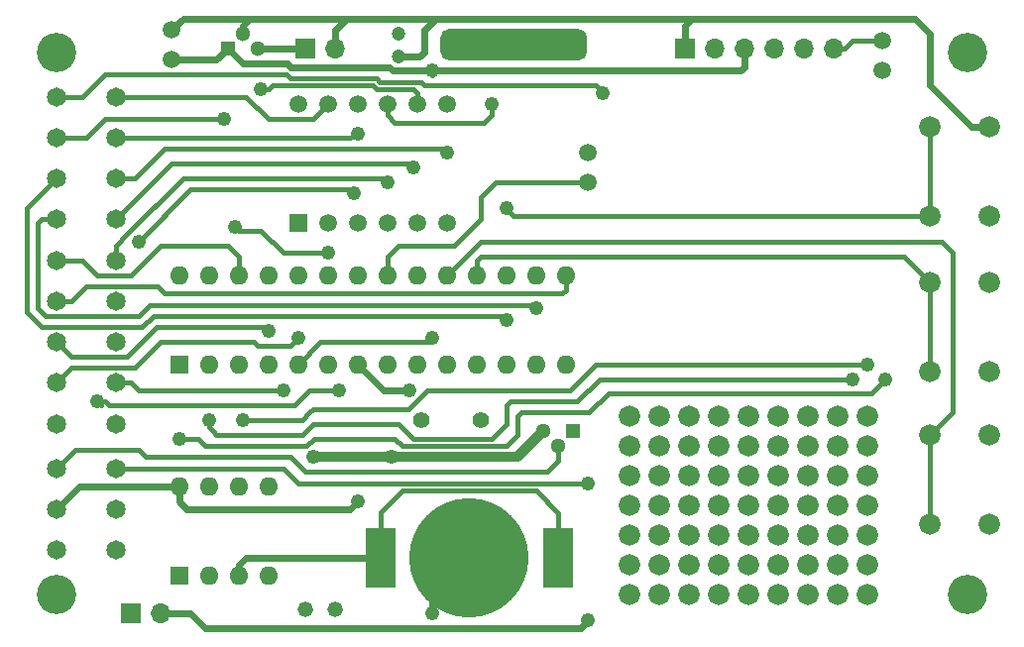
<source format=gbr>
%TF.GenerationSoftware,KiCad,Pcbnew,(5.1.6)-1*%
%TF.CreationDate,2021-02-06T11:25:37-03:00*%
%TF.ProjectId,GaroaRelogio,4761726f-6152-4656-9c6f-67696f2e6b69,rev?*%
%TF.SameCoordinates,Original*%
%TF.FileFunction,Copper,L1,Top*%
%TF.FilePolarity,Positive*%
%FSLAX46Y46*%
G04 Gerber Fmt 4.6, Leading zero omitted, Abs format (unit mm)*
G04 Created by KiCad (PCBNEW (5.1.6)-1) date 2021-02-06 11:25:37*
%MOMM*%
%LPD*%
G01*
G04 APERTURE LIST*
%TA.AperFunction,ComponentPad*%
%ADD10C,1.828800*%
%TD*%
%TA.AperFunction,ComponentPad*%
%ADD11R,1.500000X1.500000*%
%TD*%
%TA.AperFunction,ComponentPad*%
%ADD12C,1.500000*%
%TD*%
%TA.AperFunction,ComponentPad*%
%ADD13R,1.300000X1.300000*%
%TD*%
%TA.AperFunction,ComponentPad*%
%ADD14C,1.300000*%
%TD*%
%TA.AperFunction,ComponentPad*%
%ADD15C,1.422400*%
%TD*%
%TA.AperFunction,ComponentPad*%
%ADD16R,1.700000X1.700000*%
%TD*%
%TA.AperFunction,ComponentPad*%
%ADD17O,1.700000X1.700000*%
%TD*%
%TA.AperFunction,ComponentPad*%
%ADD18C,1.200000*%
%TD*%
%TA.AperFunction,ComponentPad*%
%ADD19R,1.600000X1.600000*%
%TD*%
%TA.AperFunction,ComponentPad*%
%ADD20O,1.600000X1.600000*%
%TD*%
%TA.AperFunction,ComponentPad*%
%ADD21C,1.651000*%
%TD*%
%TA.AperFunction,ComponentPad*%
%ADD22C,1.320800*%
%TD*%
%TA.AperFunction,SMDPad,CuDef*%
%ADD23R,2.500000X5.100000*%
%TD*%
%TA.AperFunction,SMDPad,CuDef*%
%ADD24C,10.200000*%
%TD*%
%TA.AperFunction,ComponentPad*%
%ADD25C,3.352800*%
%TD*%
%TA.AperFunction,ViaPad*%
%ADD26C,1.219200*%
%TD*%
%TA.AperFunction,Conductor*%
%ADD27C,0.609600*%
%TD*%
%TA.AperFunction,Conductor*%
%ADD28C,0.406400*%
%TD*%
%TA.AperFunction,Conductor*%
%ADD29C,0.812800*%
%TD*%
G04 APERTURE END LIST*
%TO.P,PAD,1*%
%TO.N,N/C*%
%TA.AperFunction,ComponentPad*%
G36*
G01*
X131862500Y-60987500D02*
X131862500Y-59662500D01*
G75*
G02*
X132525000Y-59000000I662500J0D01*
G01*
X143700000Y-59000000D01*
G75*
G02*
X144362500Y-59662500I0J-662500D01*
G01*
X144362500Y-60987500D01*
G75*
G02*
X143700000Y-61650000I-662500J0D01*
G01*
X132525000Y-61650000D01*
G75*
G02*
X131862500Y-60987500I0J662500D01*
G01*
G37*
%TD.AperFunction*%
%TD*%
D10*
%TO.P,PAD,1*%
%TO.N,N/C*%
X168275000Y-107315000D03*
%TD*%
%TO.P,PAD,1*%
%TO.N,N/C*%
X150495000Y-107315000D03*
%TD*%
%TO.P,PAD,1*%
%TO.N,N/C*%
X153035000Y-107315000D03*
%TD*%
%TO.P,PAD,1*%
%TO.N,N/C*%
X163195000Y-107315000D03*
%TD*%
%TO.P,PAD,1*%
%TO.N,N/C*%
X160655000Y-107315000D03*
%TD*%
%TO.P,PAD,1*%
%TO.N,N/C*%
X147955000Y-107315000D03*
%TD*%
%TO.P,PAD,1*%
%TO.N,N/C*%
X165735000Y-107315000D03*
%TD*%
%TO.P,PAD,1*%
%TO.N,N/C*%
X158115000Y-107315000D03*
%TD*%
%TO.P,PAD,1*%
%TO.N,N/C*%
X155575000Y-107315000D03*
%TD*%
%TO.P,PAD,1*%
%TO.N,N/C*%
X168275000Y-104775000D03*
%TD*%
%TO.P,PAD,1*%
%TO.N,N/C*%
X150495000Y-104775000D03*
%TD*%
%TO.P,PAD,1*%
%TO.N,N/C*%
X153035000Y-104775000D03*
%TD*%
%TO.P,PAD,1*%
%TO.N,N/C*%
X163195000Y-104775000D03*
%TD*%
%TO.P,PAD,1*%
%TO.N,N/C*%
X160655000Y-104775000D03*
%TD*%
%TO.P,PAD,1*%
%TO.N,N/C*%
X147955000Y-104775000D03*
%TD*%
%TO.P,PAD,1*%
%TO.N,N/C*%
X165735000Y-104775000D03*
%TD*%
%TO.P,PAD,1*%
%TO.N,N/C*%
X158115000Y-104775000D03*
%TD*%
%TO.P,PAD,1*%
%TO.N,N/C*%
X155575000Y-104775000D03*
%TD*%
%TO.P,PAD,1*%
%TO.N,N/C*%
X168275000Y-102235000D03*
%TD*%
%TO.P,PAD,1*%
%TO.N,N/C*%
X150495000Y-102235000D03*
%TD*%
%TO.P,PAD,1*%
%TO.N,N/C*%
X153035000Y-102235000D03*
%TD*%
%TO.P,PAD,1*%
%TO.N,N/C*%
X163195000Y-102235000D03*
%TD*%
%TO.P,PAD,1*%
%TO.N,N/C*%
X160655000Y-102235000D03*
%TD*%
%TO.P,PAD,1*%
%TO.N,N/C*%
X147955000Y-102235000D03*
%TD*%
%TO.P,PAD,1*%
%TO.N,N/C*%
X165735000Y-102235000D03*
%TD*%
%TO.P,PAD,1*%
%TO.N,N/C*%
X158115000Y-102235000D03*
%TD*%
%TO.P,PAD,1*%
%TO.N,N/C*%
X155575000Y-102235000D03*
%TD*%
%TO.P,PAD,1*%
%TO.N,N/C*%
X168275000Y-99695000D03*
%TD*%
%TO.P,PAD,1*%
%TO.N,N/C*%
X150495000Y-99695000D03*
%TD*%
%TO.P,PAD,1*%
%TO.N,N/C*%
X153035000Y-99695000D03*
%TD*%
%TO.P,PAD,1*%
%TO.N,N/C*%
X163195000Y-99695000D03*
%TD*%
%TO.P,PAD,1*%
%TO.N,N/C*%
X160655000Y-99695000D03*
%TD*%
%TO.P,PAD,1*%
%TO.N,N/C*%
X147955000Y-99695000D03*
%TD*%
%TO.P,PAD,1*%
%TO.N,N/C*%
X165735000Y-99695000D03*
%TD*%
%TO.P,PAD,1*%
%TO.N,N/C*%
X158115000Y-99695000D03*
%TD*%
%TO.P,PAD,1*%
%TO.N,N/C*%
X155575000Y-99695000D03*
%TD*%
%TO.P,PAD,1*%
%TO.N,N/C*%
X168275000Y-97155000D03*
%TD*%
%TO.P,PAD,1*%
%TO.N,N/C*%
X150495000Y-97155000D03*
%TD*%
%TO.P,PAD,1*%
%TO.N,N/C*%
X153035000Y-97155000D03*
%TD*%
%TO.P,PAD,1*%
%TO.N,N/C*%
X163195000Y-97155000D03*
%TD*%
%TO.P,PAD,1*%
%TO.N,N/C*%
X160655000Y-97155000D03*
%TD*%
%TO.P,PAD,1*%
%TO.N,N/C*%
X147955000Y-97155000D03*
%TD*%
%TO.P,PAD,1*%
%TO.N,N/C*%
X165735000Y-97155000D03*
%TD*%
%TO.P,PAD,1*%
%TO.N,N/C*%
X158115000Y-97155000D03*
%TD*%
%TO.P,PAD,1*%
%TO.N,N/C*%
X155575000Y-97155000D03*
%TD*%
%TO.P,PAD,1*%
%TO.N,N/C*%
X168275000Y-94615000D03*
%TD*%
%TO.P,PAD,1*%
%TO.N,N/C*%
X150495000Y-94615000D03*
%TD*%
%TO.P,PAD,1*%
%TO.N,N/C*%
X153035000Y-94615000D03*
%TD*%
%TO.P,PAD,1*%
%TO.N,N/C*%
X155575000Y-94615000D03*
%TD*%
%TO.P,PAD,1*%
%TO.N,N/C*%
X158115000Y-94615000D03*
%TD*%
%TO.P,PAD,1*%
%TO.N,N/C*%
X165735000Y-94615000D03*
%TD*%
%TO.P,PAD,1*%
%TO.N,N/C*%
X147955000Y-94615000D03*
%TD*%
%TO.P,PAD,1*%
%TO.N,N/C*%
X160655000Y-94615000D03*
%TD*%
%TO.P,PAD,1*%
%TO.N,N/C*%
X163195000Y-94615000D03*
%TD*%
%TO.P,PAD,1*%
%TO.N,N/C*%
X168275000Y-92075000D03*
%TD*%
%TO.P,PAD,1*%
%TO.N,N/C*%
X165735000Y-92075000D03*
%TD*%
%TO.P,PAD,1*%
%TO.N,N/C*%
X163195000Y-92075000D03*
%TD*%
%TO.P,PAD,1*%
%TO.N,N/C*%
X160655000Y-92075000D03*
%TD*%
%TO.P,PAD,1*%
%TO.N,N/C*%
X158115000Y-92075000D03*
%TD*%
%TO.P,PAD,1*%
%TO.N,N/C*%
X155575000Y-92075000D03*
%TD*%
%TO.P,PAD,1*%
%TO.N,N/C*%
X153035000Y-92075000D03*
%TD*%
%TO.P,PAD,1*%
%TO.N,N/C*%
X150495000Y-92075000D03*
%TD*%
%TO.P,PAD,1*%
%TO.N,N/C*%
X147955000Y-92075000D03*
%TD*%
D11*
%TO.P,DSP1,1*%
%TO.N,Net-(DSP1-Pad1)*%
X119697500Y-75565000D03*
D12*
%TO.P,DSP1,2*%
%TO.N,Net-(DSP1-Pad2)*%
X122237500Y-75565000D03*
%TO.P,DSP1,3*%
%TO.N,Net-(DSP1-Pad3)*%
X124777500Y-75565000D03*
%TO.P,DSP1,4*%
%TO.N,Net-(DSP1-Pad4)*%
X127317500Y-75565000D03*
%TO.P,DSP1,5*%
%TO.N,Net-(DSP1-Pad5)*%
X129857500Y-75565000D03*
%TO.P,DSP1,6*%
%TO.N,DIG4*%
X132397500Y-75565000D03*
%TO.P,DSP1,7*%
%TO.N,Net-(DSP1-Pad7)*%
X132397500Y-65405000D03*
%TO.P,DSP1,8*%
%TO.N,DIG3*%
X129857500Y-65405000D03*
%TO.P,DSP1,9*%
%TO.N,DIG2*%
X127317500Y-65405000D03*
%TO.P,DSP1,10*%
%TO.N,Net-(DSP1-Pad10)*%
X124777500Y-65405000D03*
%TO.P,DSP1,11*%
%TO.N,Net-(DSP1-Pad11)*%
X122237500Y-65405000D03*
%TO.P,DSP1,12*%
%TO.N,DIG1*%
X119697500Y-65405000D03*
%TD*%
D13*
%TO.P,Q1,1*%
%TO.N,Net-(BZ1-Pad2)*%
X143192500Y-93345000D03*
D14*
%TO.P,Q1,3*%
%TO.N,GND*%
X140652500Y-93345000D03*
%TO.P,Q1,2*%
%TO.N,Net-(Q1-Pad2)*%
X141922500Y-94615000D03*
%TD*%
D10*
%TO.P,SW1,1*%
%TO.N,Net-(CI1-Pad17)*%
X173672500Y-67310000D03*
%TO.P,SW1,2*%
%TO.N,GND*%
X178752500Y-67310000D03*
%TO.P,SW1,1*%
%TO.N,Net-(CI1-Pad17)*%
X173672500Y-74930000D03*
%TO.P,SW1,2*%
%TO.N,GND*%
X178752500Y-74930000D03*
%TD*%
D15*
%TO.P,X1,1*%
%TO.N,Net-(CI1-Pad9)*%
X130175000Y-92392500D03*
%TO.P,X1,2*%
%TO.N,Net-(CI1-Pad10)*%
X135255000Y-92392500D03*
%TD*%
D16*
%TO.P,BZ1,1*%
%TO.N,+5V*%
X105410000Y-108902500D03*
D17*
%TO.P,BZ1,2*%
%TO.N,Net-(BZ1-Pad2)*%
X107950000Y-108902500D03*
%TD*%
D12*
%TO.P,C1,1*%
%TO.N,Net-(C1-Pad1)*%
X144462500Y-72072500D03*
%TO.P,C1,2*%
%TO.N,GND*%
X144462500Y-69532500D03*
%TD*%
D18*
%TO.P,C2,1*%
%TO.N,Net-(C2-Pad1)*%
X128270000Y-59372500D03*
%TO.P,C2,2*%
%TO.N,GND*%
X128270000Y-61372500D03*
%TD*%
D12*
%TO.P,C3,2*%
%TO.N,GND*%
X108902500Y-59055000D03*
%TO.P,C3,1*%
%TO.N,+5V*%
X108902500Y-61595000D03*
%TD*%
%TO.P,C7,1*%
%TO.N,Net-(C7-Pad1)*%
X169545000Y-60007500D03*
%TO.P,C7,2*%
%TO.N,Net-(C7-Pad2)*%
X169545000Y-62547500D03*
%TD*%
D19*
%TO.P,CI1,1*%
%TO.N,Net-(C7-Pad2)*%
X109537500Y-87630000D03*
D20*
%TO.P,CI1,15*%
%TO.N,DP*%
X142557500Y-80010000D03*
%TO.P,CI1,2*%
%TO.N,Net-(CI1-Pad2)*%
X112077500Y-87630000D03*
%TO.P,CI1,16*%
%TO.N,G*%
X140017500Y-80010000D03*
%TO.P,CI1,3*%
%TO.N,Net-(CI1-Pad3)*%
X114617500Y-87630000D03*
%TO.P,CI1,17*%
%TO.N,Net-(CI1-Pad17)*%
X137477500Y-80010000D03*
%TO.P,CI1,4*%
%TO.N,DIG3*%
X117157500Y-87630000D03*
%TO.P,CI1,18*%
%TO.N,Net-(CI1-Pad18)*%
X134937500Y-80010000D03*
%TO.P,CI1,5*%
%TO.N,DIG4*%
X119697500Y-87630000D03*
%TO.P,CI1,19*%
%TO.N,Net-(CI1-Pad19)*%
X132397500Y-80010000D03*
%TO.P,CI1,6*%
%TO.N,DIG1*%
X122237500Y-87630000D03*
%TO.P,CI1,20*%
%TO.N,+5V*%
X129857500Y-80010000D03*
%TO.P,CI1,7*%
X124777500Y-87630000D03*
%TO.P,CI1,21*%
%TO.N,Net-(C1-Pad1)*%
X127317500Y-80010000D03*
%TO.P,CI1,8*%
%TO.N,GND*%
X127317500Y-87630000D03*
%TO.P,CI1,22*%
X124777500Y-80010000D03*
%TO.P,CI1,9*%
%TO.N,Net-(CI1-Pad9)*%
X129857500Y-87630000D03*
%TO.P,CI1,23*%
%TO.N,F*%
X122237500Y-80010000D03*
%TO.P,CI1,10*%
%TO.N,Net-(CI1-Pad10)*%
X132397500Y-87630000D03*
%TO.P,CI1,24*%
%TO.N,E*%
X119697500Y-80010000D03*
%TO.P,CI1,11*%
%TO.N,DIG2*%
X134937500Y-87630000D03*
%TO.P,CI1,25*%
%TO.N,D*%
X117157500Y-80010000D03*
%TO.P,CI1,12*%
%TO.N,B*%
X137477500Y-87630000D03*
%TO.P,CI1,26*%
%TO.N,C*%
X114617500Y-80010000D03*
%TO.P,CI1,13*%
%TO.N,A*%
X140017500Y-87630000D03*
%TO.P,CI1,27*%
%TO.N,/i2C_SDA*%
X112077500Y-80010000D03*
%TO.P,CI1,14*%
%TO.N,Net-(CI1-Pad14)*%
X142557500Y-87630000D03*
%TO.P,CI1,28*%
%TO.N,/i2C_SCL*%
X109537500Y-80010000D03*
%TD*%
D19*
%TO.P,CI2,1*%
%TO.N,Net-(CI2-Pad1)*%
X109537500Y-105727500D03*
D20*
%TO.P,CI2,5*%
%TO.N,/i2C_SDA*%
X117157500Y-98107500D03*
%TO.P,CI2,2*%
%TO.N,Net-(CI2-Pad2)*%
X112077500Y-105727500D03*
%TO.P,CI2,6*%
%TO.N,/i2C_SCL*%
X114617500Y-98107500D03*
%TO.P,CI2,3*%
%TO.N,Net-(BAT1-Pad1)*%
X114617500Y-105727500D03*
%TO.P,CI2,7*%
%TO.N,Net-(CI2-Pad7)*%
X112077500Y-98107500D03*
%TO.P,CI2,4*%
%TO.N,GND*%
X117157500Y-105727500D03*
%TO.P,CI2,8*%
%TO.N,+5V*%
X109537500Y-98107500D03*
%TD*%
D16*
%TO.P,P1,1*%
%TO.N,GND*%
X152717500Y-60642500D03*
D17*
%TO.P,P1,2*%
%TO.N,Net-(P1-Pad2)*%
X155257500Y-60642500D03*
%TO.P,P1,3*%
%TO.N,+5V*%
X157797500Y-60642500D03*
%TO.P,P1,4*%
%TO.N,Net-(CI1-Pad2)*%
X160337500Y-60642500D03*
%TO.P,P1,5*%
%TO.N,Net-(CI1-Pad3)*%
X162877500Y-60642500D03*
%TO.P,P1,6*%
%TO.N,Net-(C7-Pad1)*%
X165417500Y-60642500D03*
%TD*%
%TO.P,P2,2*%
%TO.N,GND*%
X122872500Y-60642500D03*
D16*
%TO.P,P2,1*%
%TO.N,Net-(C2-Pad1)*%
X120332500Y-60642500D03*
%TD*%
D21*
%TO.P,R3,2*%
%TO.N,Net-(CI1-Pad14)*%
X104140000Y-96520000D03*
%TO.P,R3,1*%
%TO.N,Net-(Q1-Pad2)*%
X99060000Y-96520000D03*
%TD*%
%TO.P,R7,2*%
%TO.N,B*%
X99060000Y-71755000D03*
%TO.P,R7,1*%
%TO.N,Net-(DSP1-Pad7)*%
X104140000Y-71755000D03*
%TD*%
%TO.P,R8,2*%
%TO.N,D*%
X99060000Y-85725000D03*
%TO.P,R8,1*%
%TO.N,Net-(DSP1-Pad2)*%
X104140000Y-85725000D03*
%TD*%
%TO.P,R9,2*%
%TO.N,F*%
X99060000Y-68262500D03*
%TO.P,R9,1*%
%TO.N,Net-(DSP1-Pad10)*%
X104140000Y-68262500D03*
%TD*%
%TO.P,R10,2*%
%TO.N,DP*%
X99060000Y-82232500D03*
%TO.P,R10,1*%
%TO.N,Net-(DSP1-Pad3)*%
X104140000Y-82232500D03*
%TD*%
%TO.P,R11,1*%
%TO.N,Net-(DSP1-Pad11)*%
X104140000Y-64770000D03*
%TO.P,R11,2*%
%TO.N,A*%
X99060000Y-64770000D03*
%TD*%
%TO.P,R12,1*%
%TO.N,Net-(DSP1-Pad4)*%
X104140000Y-78740000D03*
%TO.P,R12,2*%
%TO.N,C*%
X99060000Y-78740000D03*
%TD*%
%TO.P,R13,1*%
%TO.N,Net-(DSP1-Pad1)*%
X104140000Y-89217500D03*
%TO.P,R13,2*%
%TO.N,E*%
X99060000Y-89217500D03*
%TD*%
%TO.P,R14,1*%
%TO.N,Net-(DSP1-Pad5)*%
X104140000Y-75247500D03*
%TO.P,R14,2*%
%TO.N,G*%
X99060000Y-75247500D03*
%TD*%
D10*
%TO.P,SW2,2*%
%TO.N,GND*%
X178752500Y-88265000D03*
%TO.P,SW2,1*%
%TO.N,Net-(CI1-Pad18)*%
X173672500Y-88265000D03*
%TO.P,SW2,2*%
%TO.N,GND*%
X178752500Y-80645000D03*
%TO.P,SW2,1*%
%TO.N,Net-(CI1-Pad18)*%
X173672500Y-80645000D03*
%TD*%
%TO.P,SW3,1*%
%TO.N,Net-(CI1-Pad19)*%
X173672500Y-93662500D03*
%TO.P,SW3,2*%
%TO.N,GND*%
X178752500Y-93662500D03*
%TO.P,SW3,1*%
%TO.N,Net-(CI1-Pad19)*%
X173672500Y-101282500D03*
%TO.P,SW3,2*%
%TO.N,GND*%
X178752500Y-101282500D03*
%TD*%
D22*
%TO.P,X2,1*%
%TO.N,Net-(CI2-Pad2)*%
X120332500Y-108585000D03*
%TO.P,X2,2*%
%TO.N,Net-(CI2-Pad1)*%
X122872500Y-108585000D03*
%TD*%
D21*
%TO.P,R5,1*%
%TO.N,+5V*%
X99060000Y-92710000D03*
%TO.P,R5,2*%
%TO.N,Net-(C7-Pad2)*%
X104140000Y-92710000D03*
%TD*%
D14*
%TO.P,CI3,2*%
%TO.N,GND*%
X114935000Y-59372500D03*
%TO.P,CI3,3*%
%TO.N,Net-(C2-Pad1)*%
X116205000Y-60642500D03*
D13*
%TO.P,CI3,1*%
%TO.N,+5V*%
X113665000Y-60642500D03*
%TD*%
D21*
%TO.P,R15,2*%
%TO.N,+5V*%
X99060000Y-100012500D03*
%TO.P,R15,1*%
%TO.N,/i2C_SCL*%
X104140000Y-100012500D03*
%TD*%
%TO.P,R16,1*%
%TO.N,/i2C_SDA*%
X104140000Y-103505000D03*
%TO.P,R16,2*%
%TO.N,+5V*%
X99060000Y-103505000D03*
%TD*%
D23*
%TO.P,BAT1,1*%
%TO.N,Net-(BAT1-Pad1)*%
X126702500Y-104140000D03*
X141902500Y-104140000D03*
D24*
%TO.P,BAT1,2*%
%TO.N,GND*%
X134302500Y-104140000D03*
%TD*%
D25*
%TO.P,Z1,1*%
%TO.N,Net-(Z1-Pad1)*%
X99060000Y-60960000D03*
%TD*%
%TO.P,Z2,1*%
%TO.N,Net-(Z2-Pad1)*%
X99060000Y-107315000D03*
%TD*%
%TO.P,Z3,1*%
%TO.N,Net-(Z3-Pad1)*%
X176847500Y-60960000D03*
%TD*%
%TO.P,Z4,1*%
%TO.N,Net-(Z4-Pad1)*%
X176847500Y-107315000D03*
%TD*%
D26*
%TO.N,GND*%
X131127500Y-108902500D03*
X127635000Y-95567500D03*
X120967500Y-95567500D03*
%TO.N,+5V*%
X124777500Y-99377500D03*
X129222500Y-89852500D03*
X131127500Y-62547500D03*
%TO.N,Net-(BZ1-Pad2)*%
X144462500Y-109537500D03*
%TO.N,Net-(C7-Pad2)*%
X109537500Y-93980000D03*
X169862500Y-88900000D03*
%TO.N,Net-(CI1-Pad2)*%
X112077500Y-92392500D03*
X167005000Y-88900000D03*
%TO.N,G*%
X140017500Y-82867500D03*
%TO.N,Net-(CI1-Pad3)*%
X114935000Y-92392500D03*
X168275000Y-87630000D03*
%TO.N,Net-(CI1-Pad17)*%
X137477500Y-74295000D03*
%TO.N,DIG3*%
X116522500Y-64135000D03*
%TO.N,DIG4*%
X131127500Y-85407500D03*
%TO.N,F*%
X122237500Y-78105000D03*
X114300000Y-75882500D03*
X113347500Y-66675000D03*
%TO.N,E*%
X119697500Y-85407500D03*
%TO.N,DIG2*%
X136207500Y-65405000D03*
%TO.N,D*%
X117157500Y-84772500D03*
%TO.N,B*%
X137477500Y-83820000D03*
%TO.N,A*%
X145732500Y-64452500D03*
%TO.N,Net-(CI1-Pad14)*%
X144462500Y-97790000D03*
%TO.N,Net-(DSP1-Pad1)*%
X118427500Y-89852500D03*
%TO.N,Net-(DSP1-Pad2)*%
X102552500Y-90805000D03*
X123190000Y-89852500D03*
%TO.N,Net-(DSP1-Pad3)*%
X106045000Y-77152500D03*
X124460000Y-73025000D03*
%TO.N,Net-(DSP1-Pad4)*%
X127317500Y-72072500D03*
%TO.N,Net-(DSP1-Pad5)*%
X129540000Y-70802500D03*
X129540000Y-70802500D03*
%TO.N,Net-(DSP1-Pad7)*%
X132397500Y-69532500D03*
%TO.N,Net-(DSP1-Pad10)*%
X124777500Y-67945000D03*
%TD*%
D27*
%TO.N,Net-(BAT1-Pad1)*%
X114617500Y-105727500D02*
X114617500Y-104775000D01*
X114617500Y-104775000D02*
X115252500Y-104140000D01*
X115252500Y-104140000D02*
X126702500Y-104140000D01*
D28*
X126702500Y-104140000D02*
X126702500Y-100310000D01*
X126702500Y-100310000D02*
X128587500Y-98425000D01*
X128587500Y-98425000D02*
X140017500Y-98425000D01*
X140017500Y-98425000D02*
X141922500Y-100330000D01*
X141902500Y-100350000D02*
X141902500Y-104140000D01*
X141922500Y-100330000D02*
X141902500Y-100350000D01*
D27*
%TO.N,GND*%
X152717500Y-58737500D02*
X152717500Y-60642500D01*
X153352500Y-58102500D02*
X152717500Y-58737500D01*
X177165000Y-67310000D02*
X173672500Y-63817500D01*
X178752500Y-67310000D02*
X177165000Y-67310000D01*
X173672500Y-63817500D02*
X173672500Y-59372500D01*
X173672500Y-59372500D02*
X172402500Y-58102500D01*
X154940000Y-58102500D02*
X153352500Y-58102500D01*
X172402500Y-58102500D02*
X154940000Y-58102500D01*
X130492500Y-60960000D02*
X130080000Y-61372500D01*
X130492500Y-59055000D02*
X130492500Y-60960000D01*
X130080000Y-61372500D02*
X128270000Y-61372500D01*
X131445000Y-58102500D02*
X130492500Y-59055000D01*
X131762500Y-58102500D02*
X131445000Y-58102500D01*
X154940000Y-58102500D02*
X131762500Y-58102500D01*
X115570000Y-58102500D02*
X114935000Y-58737500D01*
X114935000Y-58737500D02*
X114935000Y-59372500D01*
X122872500Y-60642500D02*
X122872500Y-59055000D01*
X131762500Y-58102500D02*
X123825000Y-58102500D01*
X122872500Y-59055000D02*
X123825000Y-58102500D01*
X123825000Y-58102500D02*
X115570000Y-58102500D01*
X109855000Y-58102500D02*
X108902500Y-59055000D01*
X115570000Y-58102500D02*
X109855000Y-58102500D01*
X131127500Y-107315000D02*
X134302500Y-104140000D01*
X131127500Y-108902500D02*
X131127500Y-107315000D01*
D29*
X120967500Y-95567500D02*
X127635000Y-95567500D01*
X138430000Y-95567500D02*
X140652500Y-93345000D01*
X127635000Y-95567500D02*
X138430000Y-95567500D01*
D27*
%TO.N,+5V*%
X99060000Y-100012500D02*
X100965000Y-98107500D01*
X100965000Y-98107500D02*
X109537500Y-98107500D01*
X109537500Y-98107500D02*
X109537500Y-99377500D01*
X109537500Y-99377500D02*
X110172500Y-100012500D01*
X110172500Y-100012500D02*
X124142500Y-100012500D01*
X124142500Y-100012500D02*
X124777500Y-99377500D01*
X124777500Y-99377500D02*
X124777500Y-99377500D01*
X112712500Y-61595000D02*
X113665000Y-60642500D01*
X108902500Y-61595000D02*
X112712500Y-61595000D01*
X131127500Y-62865000D02*
X131127500Y-62865000D01*
X127000000Y-89852500D02*
X124777500Y-87630000D01*
X129222500Y-89852500D02*
X127000000Y-89852500D01*
X157797500Y-62230000D02*
X157797500Y-60642500D01*
X131057301Y-62477301D02*
X131127500Y-62547500D01*
X127739695Y-62477301D02*
X131057301Y-62477301D01*
X114935000Y-61912500D02*
X118745000Y-61912500D01*
X113665000Y-60642500D02*
X114935000Y-61912500D01*
X118745000Y-61912500D02*
X119062500Y-62230000D01*
X119062500Y-62230000D02*
X127492394Y-62230000D01*
X127492394Y-62230000D02*
X127739695Y-62477301D01*
X157480000Y-62547500D02*
X157797500Y-62230000D01*
X131127500Y-62547500D02*
X157480000Y-62547500D01*
%TO.N,Net-(BZ1-Pad2)*%
X144462500Y-109537500D02*
X143827500Y-110172500D01*
X143827500Y-110172500D02*
X111760000Y-110172500D01*
X111760000Y-110172500D02*
X110490000Y-108902500D01*
X110490000Y-108902500D02*
X107950000Y-108902500D01*
D28*
%TO.N,Net-(C1-Pad1)*%
X136525000Y-72072500D02*
X144462500Y-72072500D01*
X135255000Y-73342500D02*
X136525000Y-72072500D01*
X127317500Y-78422500D02*
X128270000Y-77470000D01*
X127317500Y-80010000D02*
X127317500Y-78422500D01*
X128270000Y-77470000D02*
X133032500Y-77470000D01*
X133032500Y-77470000D02*
X135255000Y-75247500D01*
X135255000Y-75247500D02*
X135255000Y-73342500D01*
D27*
%TO.N,Net-(C2-Pad1)*%
X116205000Y-60642500D02*
X120332500Y-60642500D01*
D28*
%TO.N,Net-(C7-Pad1)*%
X165417500Y-60642500D02*
X166370000Y-60642500D01*
X166370000Y-60642500D02*
X167005000Y-60007500D01*
X167005000Y-60007500D02*
X169545000Y-60007500D01*
%TO.N,Net-(C7-Pad2)*%
X109537500Y-93980000D02*
X111125000Y-93980000D01*
X111125000Y-93980000D02*
X111760000Y-94615000D01*
X120421054Y-94615000D02*
X121056054Y-93980000D01*
X111760000Y-94615000D02*
X120421054Y-94615000D01*
X121056054Y-93980000D02*
X121285000Y-93980000D01*
X121285000Y-93980000D02*
X127952500Y-93980000D01*
X127952500Y-93980000D02*
X128587500Y-94615000D01*
X128587500Y-94615000D02*
X135255000Y-94615000D01*
X135918590Y-94586410D02*
X137506090Y-94586410D01*
X135255000Y-94615000D02*
X135890000Y-94615000D01*
X135890000Y-94615000D02*
X135918590Y-94586410D01*
X137506090Y-94586410D02*
X138430000Y-93662500D01*
X138430000Y-93662500D02*
X138430000Y-92710000D01*
X138430000Y-92710000D02*
X138430000Y-92075000D01*
X138430000Y-92075000D02*
X138747500Y-91757500D01*
X146200484Y-90084290D02*
X168678210Y-90084290D01*
X138747500Y-91757500D02*
X144527274Y-91757500D01*
X144527274Y-91757500D02*
X146200484Y-90084290D01*
X168678210Y-90084290D02*
X169862500Y-88900000D01*
X169862500Y-88900000D02*
X169862500Y-88900000D01*
%TO.N,DP*%
X142557500Y-81280000D02*
X142557500Y-80010000D01*
X142240000Y-81597500D02*
X142557500Y-81280000D01*
X108267500Y-81597500D02*
X142240000Y-81597500D01*
X100330000Y-82232500D02*
X101600000Y-80962500D01*
X99060000Y-82232500D02*
X100330000Y-82232500D01*
X101641299Y-81003799D02*
X107673799Y-81003799D01*
X101600000Y-80962500D02*
X101641299Y-81003799D01*
X107673799Y-81003799D02*
X108267500Y-81597500D01*
%TO.N,Net-(CI1-Pad2)*%
X112077500Y-92392500D02*
X112077500Y-93027500D01*
X112077500Y-93027500D02*
X112395000Y-93345000D01*
X112395000Y-93345000D02*
X112712500Y-93662500D01*
X112712500Y-93662500D02*
X114935000Y-93662500D01*
X114935000Y-93662500D02*
X120015000Y-93662500D01*
X120015000Y-93662500D02*
X120967500Y-92710000D01*
X120967500Y-92710000D02*
X127952500Y-92710000D01*
X127952500Y-92710000D02*
X128270000Y-92710000D01*
X128270000Y-92710000D02*
X129222500Y-93662500D01*
X129540000Y-93980000D02*
X136207500Y-93980000D01*
X129222500Y-93662500D02*
X129540000Y-93980000D01*
X136207500Y-93980000D02*
X137477500Y-92710000D01*
X137477500Y-92710000D02*
X137477500Y-91122500D01*
X137477500Y-91122500D02*
X137795000Y-90805000D01*
X137795000Y-90805000D02*
X143510000Y-90805000D01*
X143510000Y-90805000D02*
X145415000Y-88900000D01*
X145415000Y-88900000D02*
X165100000Y-88900000D01*
X165100000Y-88900000D02*
X167005000Y-88900000D01*
X167005000Y-88900000D02*
X167005000Y-88900000D01*
%TO.N,G*%
X99060000Y-75247500D02*
X97790000Y-75247500D01*
X97790000Y-75247500D02*
X97472500Y-75565000D01*
X97472500Y-75565000D02*
X97472500Y-77152500D01*
X97472500Y-77152500D02*
X97472500Y-82463478D01*
X97472500Y-82463478D02*
X97472500Y-82867500D01*
X97472500Y-82867500D02*
X98107500Y-83502500D01*
X98107500Y-83502500D02*
X106045000Y-83502500D01*
X106045000Y-83502500D02*
X106997500Y-82550000D01*
X106997500Y-82550000D02*
X110490000Y-82550000D01*
X110490000Y-82550000D02*
X139700000Y-82550000D01*
X139700000Y-82550000D02*
X140017500Y-82867500D01*
X140017500Y-82867500D02*
X140017500Y-82867500D01*
%TO.N,Net-(CI1-Pad3)*%
X114935000Y-92392500D02*
X120015000Y-92392500D01*
X120015000Y-92392500D02*
X120650000Y-91757500D01*
X120650000Y-91757500D02*
X120967500Y-91440000D01*
X120967500Y-91440000D02*
X127952500Y-91440000D01*
X127952500Y-91440000D02*
X128270000Y-91440000D01*
X129133946Y-91440000D02*
X130721446Y-89852500D01*
X128270000Y-91440000D02*
X129133946Y-91440000D01*
X130721446Y-89852500D02*
X131762500Y-89852500D01*
X131762500Y-89852500D02*
X142875000Y-89852500D01*
X142875000Y-89852500D02*
X145097500Y-87630000D01*
X145097500Y-87630000D02*
X168275000Y-87630000D01*
X168275000Y-87630000D02*
X168275000Y-87630000D01*
%TO.N,Net-(CI1-Pad17)*%
X173672500Y-67310000D02*
X173672500Y-74930000D01*
X173672500Y-74930000D02*
X138112500Y-74930000D01*
X138112500Y-74930000D02*
X137477500Y-74295000D01*
X137477500Y-74295000D02*
X137477500Y-74295000D01*
%TO.N,DIG3*%
X116522500Y-64135000D02*
X117157500Y-64135000D01*
X129857500Y-64452500D02*
X129857500Y-65405000D01*
X129540000Y-64135000D02*
X129857500Y-64452500D01*
X117157500Y-64135000D02*
X117475000Y-63817500D01*
X117475000Y-63817500D02*
X126047500Y-63817500D01*
X126047500Y-63817500D02*
X126365000Y-64135000D01*
X126365000Y-64135000D02*
X129540000Y-64135000D01*
%TO.N,Net-(CI1-Pad18)*%
X134937500Y-78740000D02*
X134937500Y-80010000D01*
X135255000Y-78422500D02*
X134937500Y-78740000D01*
X173672500Y-80645000D02*
X171450000Y-78422500D01*
X171450000Y-78422500D02*
X135255000Y-78422500D01*
X173672500Y-88265000D02*
X173672500Y-80645000D01*
%TO.N,DIG4*%
X119697500Y-87630000D02*
X121602500Y-85725000D01*
X121602500Y-85725000D02*
X122555000Y-85725000D01*
X122555000Y-85725000D02*
X130810000Y-85725000D01*
X130810000Y-85725000D02*
X131127500Y-85407500D01*
X131127500Y-85407500D02*
X131127500Y-85407500D01*
%TO.N,Net-(CI1-Pad19)*%
X173672500Y-101282500D02*
X173672500Y-93345000D01*
X175577500Y-91757500D02*
X173672500Y-93662500D01*
X175577500Y-78105000D02*
X175577500Y-91757500D01*
X174625000Y-77152500D02*
X175577500Y-78105000D01*
X132397500Y-80010000D02*
X135255000Y-77152500D01*
X135255000Y-77152500D02*
X174625000Y-77152500D01*
%TO.N,F*%
X122237500Y-78105000D02*
X118427500Y-78105000D01*
X118427500Y-78105000D02*
X116522500Y-76200000D01*
X116522500Y-76200000D02*
X114617500Y-76200000D01*
X114617500Y-76200000D02*
X114300000Y-75882500D01*
X114300000Y-75882500D02*
X114300000Y-75882500D01*
X103187500Y-66675000D02*
X113347500Y-66675000D01*
X99060000Y-68262500D02*
X101600000Y-68262500D01*
X101600000Y-68262500D02*
X103187500Y-66675000D01*
%TO.N,E*%
X99060000Y-89217500D02*
X100330000Y-87947500D01*
X100330000Y-87947500D02*
X101282500Y-87947500D01*
X101282500Y-87947500D02*
X105727500Y-87947500D01*
X105727500Y-87947500D02*
X107632500Y-86042500D01*
X107632500Y-86042500D02*
X107950000Y-85725000D01*
X107950000Y-85725000D02*
X115887500Y-85725000D01*
X115887500Y-85725000D02*
X116205000Y-86042500D01*
X116205000Y-86042500D02*
X119062500Y-86042500D01*
X119062500Y-86042500D02*
X119697500Y-85407500D01*
X119697500Y-85407500D02*
X119697500Y-85407500D01*
%TO.N,DIG2*%
X127317500Y-66357500D02*
X127317500Y-65405000D01*
X127952500Y-66992500D02*
X127317500Y-66357500D01*
X135572500Y-66992500D02*
X127952500Y-66992500D01*
X136207500Y-65405000D02*
X136207500Y-66357500D01*
X136207500Y-66357500D02*
X135572500Y-66992500D01*
%TO.N,D*%
X99060000Y-85725000D02*
X100330000Y-86995000D01*
X100330000Y-86995000D02*
X103187500Y-86995000D01*
X103187500Y-86995000D02*
X105092500Y-86995000D01*
X105092500Y-86995000D02*
X107632500Y-84455000D01*
X107632500Y-84455000D02*
X115570000Y-84455000D01*
X115570000Y-84455000D02*
X116840000Y-84455000D01*
X116840000Y-84455000D02*
X117157500Y-84772500D01*
X117157500Y-84772500D02*
X117157500Y-84772500D01*
%TO.N,B*%
X117792500Y-83502500D02*
X135890000Y-83502500D01*
X107315000Y-83502500D02*
X117792500Y-83502500D01*
X96520000Y-74295000D02*
X96520000Y-83185000D01*
X99060000Y-71755000D02*
X96520000Y-74295000D01*
X96520000Y-83185000D02*
X97790000Y-84455000D01*
X97790000Y-84455000D02*
X106362500Y-84455000D01*
X106362500Y-84455000D02*
X107315000Y-83502500D01*
X135890000Y-83502500D02*
X137160000Y-83502500D01*
X137160000Y-83502500D02*
X137477500Y-83820000D01*
X137477500Y-83820000D02*
X137477500Y-83820000D01*
%TO.N,C*%
X114617500Y-78422500D02*
X114617500Y-80010000D01*
X113665000Y-77470000D02*
X114617500Y-78422500D01*
X101282500Y-78740000D02*
X102552500Y-80010000D01*
X105410000Y-80010000D02*
X107950000Y-77470000D01*
X107950000Y-77470000D02*
X113665000Y-77470000D01*
X99060000Y-78740000D02*
X101282500Y-78740000D01*
X102552500Y-80010000D02*
X105410000Y-80010000D01*
%TO.N,A*%
X99060000Y-64770000D02*
X101282500Y-64770000D01*
X101282500Y-64770000D02*
X102870000Y-63182500D01*
X102870000Y-63182500D02*
X103187500Y-62865000D01*
X118696223Y-62865000D02*
X119013723Y-63182500D01*
X103187500Y-62865000D02*
X118696223Y-62865000D01*
X119013723Y-63182500D02*
X119697500Y-63182500D01*
X119697500Y-63182500D02*
X126365000Y-63182500D01*
X126365000Y-63182500D02*
X126682500Y-63500000D01*
X126682500Y-63500000D02*
X130175000Y-63500000D01*
X130175000Y-63500000D02*
X130492500Y-63817500D01*
X130492500Y-63817500D02*
X145097500Y-63817500D01*
X145097500Y-63817500D02*
X145732500Y-64452500D01*
X145732500Y-64452500D02*
X145732500Y-64452500D01*
%TO.N,Net-(CI1-Pad14)*%
X144145000Y-97790000D02*
X143827500Y-97790000D01*
X119697500Y-97790000D02*
X144145000Y-97790000D01*
X104140000Y-96520000D02*
X118427500Y-96520000D01*
X118427500Y-96520000D02*
X119697500Y-97790000D01*
X144145000Y-97790000D02*
X144462500Y-97790000D01*
X144462500Y-97790000D02*
X144462500Y-97790000D01*
%TO.N,Net-(DSP1-Pad1)*%
X118427500Y-89852500D02*
X106045000Y-89852500D01*
X106045000Y-89852500D02*
X105410000Y-89217500D01*
X105410000Y-89217500D02*
X104140000Y-89217500D01*
%TO.N,Net-(DSP1-Pad2)*%
X102552500Y-90805000D02*
X102870000Y-91122500D01*
X120650000Y-89852500D02*
X123190000Y-89852500D01*
X119380000Y-91122500D02*
X120650000Y-89852500D01*
X103505000Y-91122500D02*
X119380000Y-91122500D01*
X102552500Y-90805000D02*
X103187500Y-90805000D01*
X103187500Y-90805000D02*
X103505000Y-91122500D01*
%TO.N,Net-(DSP1-Pad3)*%
X106045000Y-77152500D02*
X110490000Y-72707500D01*
X110490000Y-72707500D02*
X123825000Y-72707500D01*
X123825000Y-72707500D02*
X124142500Y-72707500D01*
X124142500Y-72707500D02*
X124460000Y-73025000D01*
X124460000Y-73025000D02*
X124460000Y-73025000D01*
%TO.N,Net-(DSP1-Pad4)*%
X104140000Y-78740000D02*
X104140000Y-77470000D01*
X104140000Y-77470000D02*
X105092500Y-76517500D01*
X105092500Y-76517500D02*
X109855000Y-71755000D01*
X109855000Y-71755000D02*
X110172500Y-71755000D01*
X110172500Y-71755000D02*
X127000000Y-71755000D01*
X127000000Y-71755000D02*
X127317500Y-72072500D01*
X127317500Y-72072500D02*
X127317500Y-72072500D01*
%TO.N,Net-(DSP1-Pad5)*%
X104140000Y-75247500D02*
X108902500Y-70485000D01*
X108902500Y-70485000D02*
X109220000Y-70485000D01*
X109220000Y-70485000D02*
X129222500Y-70485000D01*
X129222500Y-70485000D02*
X129540000Y-70802500D01*
X129540000Y-70802500D02*
X129540000Y-70802500D01*
X129540000Y-70802500D02*
X129540000Y-70802500D01*
%TO.N,Net-(DSP1-Pad7)*%
X105727500Y-71755000D02*
X104140000Y-71755000D01*
X108267500Y-69215000D02*
X105727500Y-71755000D01*
X132397500Y-69532500D02*
X132080000Y-69215000D01*
X132080000Y-69215000D02*
X108267500Y-69215000D01*
%TO.N,Net-(DSP1-Pad10)*%
X124460000Y-67945000D02*
X124460000Y-67945000D01*
X124777500Y-67945000D02*
X124142500Y-68262500D01*
X124142500Y-68262500D02*
X123190000Y-68262500D01*
X123190000Y-68262500D02*
X104140000Y-68262500D01*
%TO.N,Net-(DSP1-Pad11)*%
X117157500Y-66675000D02*
X115252500Y-64770000D01*
X115252500Y-64770000D02*
X104140000Y-64770000D01*
X122237500Y-65405000D02*
X120967500Y-66675000D01*
X120967500Y-66675000D02*
X117157500Y-66675000D01*
%TO.N,Net-(Q1-Pad2)*%
X100647500Y-94932500D02*
X106045000Y-94932500D01*
X99060000Y-96520000D02*
X100647500Y-94932500D01*
X141922500Y-95885000D02*
X141922500Y-94615000D01*
X140970000Y-96837500D02*
X141922500Y-95885000D01*
X120332500Y-96837500D02*
X140970000Y-96837500D01*
X106045000Y-94932500D02*
X106680000Y-95567500D01*
X106680000Y-95567500D02*
X119062500Y-95567500D01*
X119062500Y-95567500D02*
X120332500Y-96837500D01*
%TD*%
M02*

</source>
